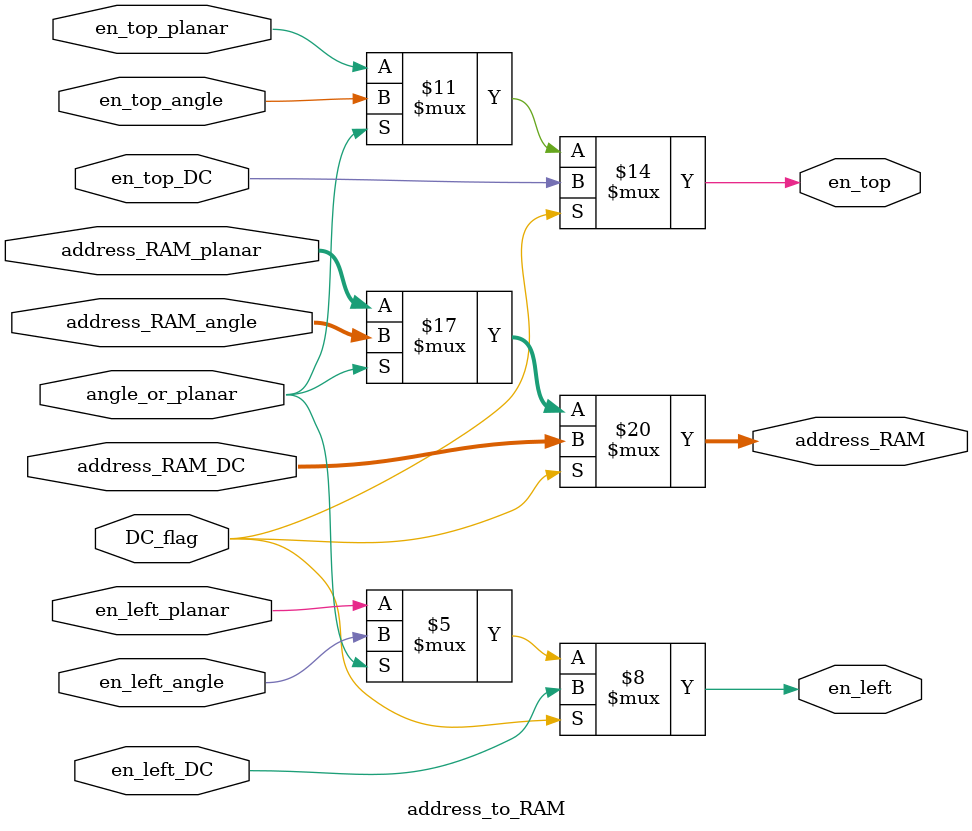
<source format=v>
module address_to_RAM
(
	input	[7:0]	address_RAM_angle,
	input [7:0]	address_RAM_planar,
	input [7:0]	address_RAM_DC,
	
	input 		en_top_angle,
	input 		en_left_angle,
	input    	en_top_planar,
	input			en_left_planar,
	input 		en_top_DC,
	input			en_left_DC,
	
	input			angle_or_planar,
	input			DC_flag,
	
	output reg[7:0]	address_RAM,
	output reg		en_top,
	output reg		en_left
);
	
	always @(angle_or_planar or DC_flag or
				address_RAM_angle or address_RAM_planar or address_RAM_DC or
				en_top_angle or en_top_planar or en_left_angle or en_left_planar or en_top_DC or en_left_DC)
	begin
		if(DC_flag==1'b1)
		begin
			address_RAM <= address_RAM_DC;
			en_top <= en_top_DC;
			en_left <= en_left_DC;
		end
		else
		begin
			if(angle_or_planar==1'b1)
			begin
				address_RAM <= address_RAM_angle;
				en_top <= en_top_angle;
				en_left <= en_left_angle;
			end
			else
			begin
				address_RAM <= address_RAM_planar;
				en_top <= en_top_planar;
				en_left <= en_left_planar;
			end
		end
	end
	
endmodule

</source>
